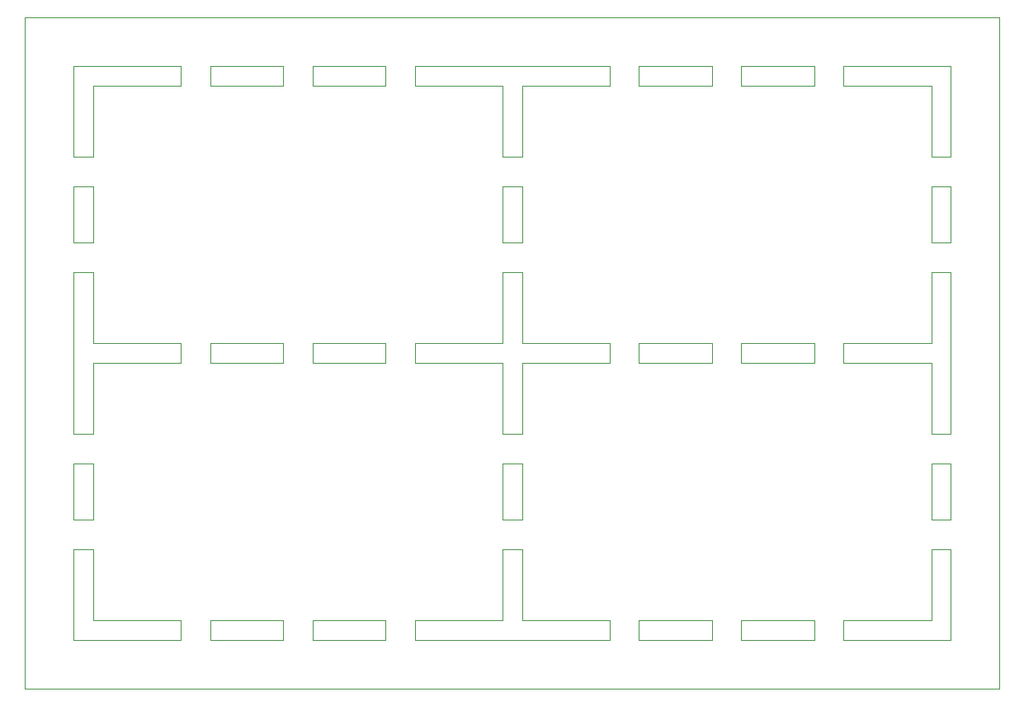
<source format=gm1>
G04 #@! TF.GenerationSoftware,KiCad,Pcbnew,9.0.4*
G04 #@! TF.CreationDate,2025-08-20T18:17:53-04:00*
G04 #@! TF.ProjectId,jlc_pcba,6a6c635f-7063-4626-912e-6b696361645f,rev?*
G04 #@! TF.SameCoordinates,Original*
G04 #@! TF.FileFunction,Profile,NP*
%FSLAX46Y46*%
G04 Gerber Fmt 4.6, Leading zero omitted, Abs format (unit mm)*
G04 Created by KiCad (PCBNEW 9.0.4) date 2025-08-20 18:17:53*
%MOMM*%
%LPD*%
G01*
G04 APERTURE LIST*
G04 #@! TA.AperFunction,Profile*
%ADD10C,0.100000*%
G04 #@! TD*
G04 APERTURE END LIST*
D10*
X73500000Y-61920000D02*
X81000000Y-61920000D01*
X51000000Y-33460000D02*
X60000000Y-33460000D01*
X5000000Y-23140000D02*
X5000000Y-17320000D01*
X63000000Y-61920000D02*
X70500000Y-61920000D01*
X60000000Y-35460000D02*
X51000000Y-35460000D01*
X7000000Y-45780000D02*
X7000000Y-51600000D01*
X51000000Y-45780000D02*
X51000000Y-51600000D01*
X7000000Y-54600000D02*
X7000000Y-61920000D01*
X49999000Y-54600000D02*
X50001000Y-54600000D01*
X7000000Y-51600000D02*
X5000000Y-51600000D01*
X95000000Y-54600000D02*
X95000000Y-63920000D01*
X84000000Y-34459000D02*
X84000000Y-33460000D01*
X73500000Y-34461000D02*
X73500000Y-34459000D01*
X50001000Y-51600000D02*
X49999000Y-51600000D01*
X37000000Y-7000000D02*
X29500000Y-7000000D01*
X5000000Y-51600000D02*
X5000000Y-45780000D01*
X70500000Y-34461000D02*
X70500000Y-35460000D01*
X29500000Y-34459000D02*
X29500000Y-33460000D01*
X93000000Y-51600000D02*
X93000000Y-45780000D01*
X51000000Y-14320000D02*
X50001000Y-14320000D01*
X81000000Y-63920000D02*
X73500000Y-63920000D01*
X93000000Y-17320000D02*
X95000000Y-17320000D01*
X73500000Y-63920000D02*
X73500000Y-61920000D01*
X7000000Y-7000000D02*
X7000000Y-14320000D01*
X70500000Y-35460000D02*
X63000000Y-35460000D01*
X63000000Y-5000000D02*
X70500000Y-5000000D01*
X7000000Y-35460000D02*
X7000000Y-42780000D01*
X70500000Y-34459000D02*
X70500000Y-34461000D01*
X84000000Y-35460000D02*
X84000000Y-34461000D01*
X63000000Y-33460000D02*
X70500000Y-33460000D01*
X16000000Y-5000000D02*
X16000000Y-7000000D01*
X60000000Y-63920000D02*
X40000000Y-63920000D01*
X7000000Y-14320000D02*
X5000000Y-14320000D01*
X50001000Y-26140000D02*
X51000000Y-26140000D01*
X49000000Y-7000000D02*
X40000000Y-7000000D01*
X49999000Y-45780000D02*
X50001000Y-45780000D01*
X37000000Y-35460000D02*
X29500000Y-35460000D01*
X29500000Y-35460000D02*
X29500000Y-34461000D01*
X26500000Y-34461000D02*
X26500000Y-35460000D01*
X73500000Y-7000000D02*
X73500000Y-5000000D01*
X40000000Y-34459000D02*
X40000000Y-33460000D01*
X51000000Y-7000000D02*
X51000000Y-14320000D01*
X49000000Y-45780000D02*
X49999000Y-45780000D01*
X95000000Y-17320000D02*
X95000000Y-23140000D01*
X29500000Y-7000000D02*
X29500000Y-5000000D01*
X51000000Y-17320000D02*
X51000000Y-23140000D01*
X40000000Y-7000000D02*
X40000000Y-5000000D01*
X16000000Y-33460000D02*
X16000000Y-34459000D01*
X16000000Y-34461000D02*
X16000000Y-35460000D01*
X84000000Y-7000000D02*
X84000000Y-5000000D01*
X51000000Y-35460000D02*
X51000000Y-42780000D01*
X7000000Y-42780000D02*
X5000000Y-42780000D01*
X50001000Y-54600000D02*
X51000000Y-54600000D01*
X19000000Y-34461000D02*
X19000000Y-34459000D01*
X5000000Y-5000000D02*
X16000000Y-5000000D01*
X5000000Y-45780000D02*
X7000000Y-45780000D01*
X84000000Y-5000000D02*
X95000000Y-5000000D01*
X7000000Y-61920000D02*
X16000000Y-61920000D01*
X63000000Y-34461000D02*
X63000000Y-34459000D01*
X26500000Y-5000000D02*
X26500000Y-7000000D01*
X29500000Y-63920000D02*
X29500000Y-61920000D01*
X37000000Y-34461000D02*
X37000000Y-35460000D01*
X70500000Y-33460000D02*
X70500000Y-34459000D01*
X49000000Y-54600000D02*
X49999000Y-54600000D01*
X95000000Y-26140000D02*
X95000000Y-42780000D01*
X60000000Y-34461000D02*
X60000000Y-35460000D01*
X26500000Y-35460000D02*
X19000000Y-35460000D01*
X26500000Y-61920000D02*
X26500000Y-63920000D01*
X51000000Y-61920000D02*
X60000000Y-61920000D01*
X70500000Y-5000000D02*
X70500000Y-7000000D01*
X63000000Y-34459000D02*
X63000000Y-33460000D01*
X37000000Y-34459000D02*
X37000000Y-34461000D01*
X5000000Y-42780000D02*
X5000000Y-26140000D01*
X40000000Y-5000000D02*
X60000000Y-5000000D01*
X7000000Y-26140000D02*
X7000000Y-33460000D01*
X63000000Y-35460000D02*
X63000000Y-34461000D01*
X70500000Y-63920000D02*
X63000000Y-63920000D01*
X49000000Y-26140000D02*
X49999000Y-26140000D01*
X60000000Y-7000000D02*
X51000000Y-7000000D01*
X37000000Y-33460000D02*
X37000000Y-34459000D01*
X19000000Y-63920000D02*
X19000000Y-61920000D01*
X84000000Y-34461000D02*
X84000000Y-34459000D01*
X40000000Y-34461000D02*
X40000000Y-34459000D01*
X81000000Y-35460000D02*
X73500000Y-35460000D01*
X95000000Y-5000000D02*
X95000000Y-14320000D01*
X51000000Y-26140000D02*
X51000000Y-33460000D01*
X93000000Y-26140000D02*
X95000000Y-26140000D01*
X16000000Y-61920000D02*
X16000000Y-63920000D01*
X26500000Y-33460000D02*
X26500000Y-34459000D01*
X84000000Y-63920000D02*
X84000000Y-61920000D01*
X49000000Y-14320000D02*
X49000000Y-7000000D01*
X49999000Y-23140000D02*
X49000000Y-23140000D01*
X51000000Y-23140000D02*
X50001000Y-23140000D01*
X60000000Y-5000000D02*
X60000000Y-7000000D01*
X49999000Y-17320000D02*
X50001000Y-17320000D01*
X0Y0D02*
X0Y-68920000D01*
X93000000Y-42780000D02*
X93000000Y-35460000D01*
X73500000Y-35460000D02*
X73500000Y-34461000D01*
X49000000Y-35460000D02*
X40000000Y-35460000D01*
X29500000Y-33460000D02*
X37000000Y-33460000D01*
X84000000Y-33460000D02*
X93000000Y-33460000D01*
X84000000Y-61920000D02*
X93000000Y-61920000D01*
X50001000Y-42780000D02*
X49999000Y-42780000D01*
X49999000Y-42780000D02*
X49000000Y-42780000D01*
X5000000Y-14320000D02*
X5000000Y-5000000D01*
X40000000Y-33460000D02*
X49000000Y-33460000D01*
X37000000Y-5000000D02*
X37000000Y-7000000D01*
X93000000Y-54600000D02*
X95000000Y-54600000D01*
X70500000Y-7000000D02*
X63000000Y-7000000D01*
X63000000Y-7000000D02*
X63000000Y-5000000D01*
X49999000Y-14320000D02*
X49000000Y-14320000D01*
X29500000Y-34461000D02*
X29500000Y-34459000D01*
X93000000Y-35460000D02*
X84000000Y-35460000D01*
X49999000Y-51600000D02*
X49000000Y-51600000D01*
X49999000Y-26140000D02*
X50001000Y-26140000D01*
X19000000Y-61920000D02*
X26500000Y-61920000D01*
X81000000Y-34459000D02*
X81000000Y-34461000D01*
X7000000Y-33460000D02*
X16000000Y-33460000D01*
X81000000Y-7000000D02*
X73500000Y-7000000D01*
X49000000Y-42780000D02*
X49000000Y-35460000D01*
X100000000Y0D02*
X0Y0D01*
X19000000Y-7000000D02*
X19000000Y-5000000D01*
X19000000Y-34459000D02*
X19000000Y-33460000D01*
X19000000Y-35460000D02*
X19000000Y-34461000D01*
X95000000Y-63920000D02*
X84000000Y-63920000D01*
X40000000Y-63920000D02*
X40000000Y-61920000D01*
X51000000Y-42780000D02*
X50001000Y-42780000D01*
X16000000Y-34459000D02*
X16000000Y-34461000D01*
X16000000Y-63920000D02*
X5000000Y-63920000D01*
X93000000Y-45780000D02*
X95000000Y-45780000D01*
X40000000Y-61920000D02*
X49000000Y-61920000D01*
X50001000Y-17320000D02*
X51000000Y-17320000D01*
X37000000Y-61920000D02*
X37000000Y-63920000D01*
X29500000Y-61920000D02*
X37000000Y-61920000D01*
X5000000Y-63920000D02*
X5000000Y-54600000D01*
X51000000Y-51600000D02*
X50001000Y-51600000D01*
X60000000Y-34459000D02*
X60000000Y-34461000D01*
X50001000Y-14320000D02*
X49999000Y-14320000D01*
X95000000Y-14320000D02*
X93000000Y-14320000D01*
X40000000Y-35460000D02*
X40000000Y-34461000D01*
X60000000Y-61920000D02*
X60000000Y-63920000D01*
X49000000Y-51600000D02*
X49000000Y-45780000D01*
X19000000Y-5000000D02*
X26500000Y-5000000D01*
X81000000Y-61920000D02*
X81000000Y-63920000D01*
X26500000Y-34459000D02*
X26500000Y-34461000D01*
X26500000Y-63920000D02*
X19000000Y-63920000D01*
X49000000Y-17320000D02*
X49999000Y-17320000D01*
X5000000Y-17320000D02*
X7000000Y-17320000D01*
X49000000Y-33460000D02*
X49000000Y-26140000D01*
X73500000Y-34459000D02*
X73500000Y-33460000D01*
X81000000Y-5000000D02*
X81000000Y-7000000D01*
X7000000Y-23140000D02*
X5000000Y-23140000D01*
X0Y-68920000D02*
X100000000Y-68920000D01*
X49000000Y-61920000D02*
X49000000Y-54600000D01*
X50001000Y-23140000D02*
X49999000Y-23140000D01*
X29500000Y-5000000D02*
X37000000Y-5000000D01*
X93000000Y-23140000D02*
X93000000Y-17320000D01*
X93000000Y-7000000D02*
X84000000Y-7000000D01*
X7000000Y-17320000D02*
X7000000Y-23140000D01*
X63000000Y-63920000D02*
X63000000Y-61920000D01*
X95000000Y-45780000D02*
X95000000Y-51600000D01*
X100000000Y-68920000D02*
X100000000Y0D01*
X70500000Y-61920000D02*
X70500000Y-63920000D01*
X5000000Y-54600000D02*
X7000000Y-54600000D01*
X73500000Y-5000000D02*
X81000000Y-5000000D01*
X95000000Y-51600000D02*
X93000000Y-51600000D01*
X73500000Y-33460000D02*
X81000000Y-33460000D01*
X81000000Y-33460000D02*
X81000000Y-34459000D01*
X95000000Y-23140000D02*
X93000000Y-23140000D01*
X51000000Y-54600000D02*
X51000000Y-61920000D01*
X81000000Y-34461000D02*
X81000000Y-35460000D01*
X49000000Y-23140000D02*
X49000000Y-17320000D01*
X19000000Y-33460000D02*
X26500000Y-33460000D01*
X5000000Y-26140000D02*
X7000000Y-26140000D01*
X93000000Y-33460000D02*
X93000000Y-26140000D01*
X95000000Y-42780000D02*
X93000000Y-42780000D01*
X60000000Y-33460000D02*
X60000000Y-34459000D01*
X93000000Y-14320000D02*
X93000000Y-7000000D01*
X26500000Y-7000000D02*
X19000000Y-7000000D01*
X50001000Y-45780000D02*
X51000000Y-45780000D01*
X37000000Y-63920000D02*
X29500000Y-63920000D01*
X93000000Y-61920000D02*
X93000000Y-54600000D01*
X16000000Y-35460000D02*
X7000000Y-35460000D01*
X16000000Y-7000000D02*
X7000000Y-7000000D01*
M02*

</source>
